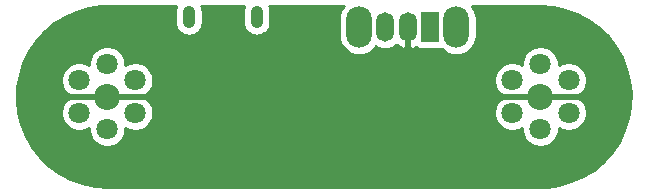
<source format=gbr>
G04 #@! TF.GenerationSoftware,KiCad,Pcbnew,(5.1.5)-3*
G04 #@! TF.CreationDate,2021-05-02T18:30:09+02:00*
G04 #@! TF.ProjectId,Stacked desk light,53746163-6b65-4642-9064-65736b206c69,rev?*
G04 #@! TF.SameCoordinates,Original*
G04 #@! TF.FileFunction,Copper,L2,Bot*
G04 #@! TF.FilePolarity,Positive*
%FSLAX46Y46*%
G04 Gerber Fmt 4.6, Leading zero omitted, Abs format (unit mm)*
G04 Created by KiCad (PCBNEW (5.1.5)-3) date 2021-05-02 18:30:09*
%MOMM*%
%LPD*%
G04 APERTURE LIST*
%ADD10C,2.200000*%
%ADD11C,1.800000*%
%ADD12O,2.200000X3.500000*%
%ADD13O,1.500000X2.500000*%
%ADD14R,1.500000X2.500000*%
%ADD15O,1.050000X1.900000*%
%ADD16C,0.500000*%
%ADD17C,0.254000*%
G04 APERTURE END LIST*
D10*
X81662804Y-99939092D03*
D11*
X79281234Y-98564092D03*
X81662804Y-97189092D03*
X84044374Y-98564092D03*
X84044374Y-101314092D03*
X81662804Y-102689092D03*
X79281234Y-101314092D03*
D10*
X118337168Y-99939092D03*
D11*
X115955598Y-98564092D03*
X118337168Y-97189092D03*
X120718738Y-98564092D03*
X120718738Y-101314092D03*
X118337168Y-102689092D03*
X115955598Y-101314092D03*
D12*
X103000000Y-94050000D03*
X111200000Y-94050000D03*
D13*
X105200000Y-94050000D03*
X107100000Y-94050000D03*
D14*
X109000000Y-94050000D03*
D15*
X88575000Y-93200000D03*
X94325000Y-93200000D03*
D16*
X81662804Y-99939092D02*
X85139092Y-99939092D01*
X81662804Y-99939092D02*
X78260908Y-99939092D01*
X118337168Y-99939092D02*
X114660908Y-99939092D01*
X118337168Y-99939092D02*
X121939092Y-99939092D01*
D17*
G36*
X87498115Y-92328940D02*
G01*
X87431785Y-92547600D01*
X87415000Y-92718021D01*
X87415000Y-93681978D01*
X87431785Y-93852399D01*
X87498115Y-94071059D01*
X87605829Y-94272578D01*
X87750788Y-94449212D01*
X87927421Y-94594171D01*
X88128940Y-94701885D01*
X88347600Y-94768215D01*
X88575000Y-94790612D01*
X88802399Y-94768215D01*
X89021059Y-94701885D01*
X89222578Y-94594171D01*
X89399212Y-94449212D01*
X89544171Y-94272579D01*
X89651885Y-94071060D01*
X89718215Y-93852400D01*
X89735000Y-93681979D01*
X89735000Y-92718022D01*
X89718215Y-92547600D01*
X89651885Y-92328940D01*
X89629083Y-92286281D01*
X93270917Y-92286281D01*
X93248115Y-92328941D01*
X93181785Y-92547601D01*
X93165000Y-92718022D01*
X93165000Y-93681979D01*
X93181785Y-93852400D01*
X93248115Y-94071060D01*
X93355830Y-94272579D01*
X93500789Y-94449212D01*
X93677422Y-94594171D01*
X93878941Y-94701885D01*
X94097601Y-94768215D01*
X94325000Y-94790612D01*
X94552400Y-94768215D01*
X94771060Y-94701885D01*
X94972579Y-94594171D01*
X95149212Y-94449212D01*
X95294171Y-94272579D01*
X95401885Y-94071060D01*
X95468215Y-93852400D01*
X95485000Y-93681978D01*
X95485000Y-92718021D01*
X95468215Y-92547600D01*
X95401885Y-92328940D01*
X95379083Y-92286281D01*
X101669536Y-92286281D01*
X101550422Y-92431422D01*
X101389315Y-92732832D01*
X101290105Y-93059881D01*
X101265000Y-93314775D01*
X101265000Y-94785224D01*
X101290105Y-95040118D01*
X101389314Y-95367167D01*
X101550421Y-95668577D01*
X101767234Y-95932766D01*
X102031422Y-96149579D01*
X102332832Y-96310686D01*
X102659881Y-96409895D01*
X103000000Y-96443394D01*
X103340118Y-96409895D01*
X103667167Y-96310686D01*
X103968577Y-96149579D01*
X104232766Y-95932766D01*
X104421498Y-95702795D01*
X104426812Y-95707157D01*
X104667419Y-95835764D01*
X104928493Y-95914960D01*
X105200000Y-95941701D01*
X105471506Y-95914960D01*
X105732580Y-95835764D01*
X105973187Y-95707157D01*
X106152281Y-95560178D01*
X106210460Y-95619145D01*
X106436132Y-95772142D01*
X106687316Y-95878173D01*
X106758815Y-95892318D01*
X106973000Y-95769656D01*
X106973000Y-94177000D01*
X106953000Y-94177000D01*
X106953000Y-93923000D01*
X106973000Y-93923000D01*
X106973000Y-93903000D01*
X107227000Y-93903000D01*
X107227000Y-93923000D01*
X107247000Y-93923000D01*
X107247000Y-94177000D01*
X107227000Y-94177000D01*
X107227000Y-95769656D01*
X107441185Y-95892318D01*
X107512684Y-95878173D01*
X107763868Y-95772142D01*
X107797372Y-95749427D01*
X107798815Y-95751185D01*
X107895506Y-95830537D01*
X108005820Y-95889502D01*
X108125518Y-95925812D01*
X108250000Y-95938072D01*
X109750000Y-95938072D01*
X109874482Y-95925812D01*
X109944177Y-95904670D01*
X109967234Y-95932766D01*
X110231422Y-96149579D01*
X110532832Y-96310686D01*
X110859881Y-96409895D01*
X111200000Y-96443394D01*
X111540118Y-96409895D01*
X111867167Y-96310686D01*
X112168577Y-96149579D01*
X112432766Y-95932766D01*
X112649579Y-95668578D01*
X112810686Y-95367168D01*
X112909895Y-95040119D01*
X112935000Y-94785225D01*
X112935000Y-93314775D01*
X112909895Y-93059881D01*
X112810686Y-92732832D01*
X112649579Y-92431422D01*
X112530465Y-92286281D01*
X118314124Y-92286281D01*
X119402010Y-92362354D01*
X120446123Y-92584286D01*
X121449193Y-92949374D01*
X122391691Y-93450509D01*
X123255261Y-94077931D01*
X124023116Y-94819440D01*
X124680300Y-95660596D01*
X125214023Y-96585031D01*
X125613890Y-97574739D01*
X125872129Y-98610477D01*
X125983707Y-99672065D01*
X125946454Y-100738861D01*
X125761094Y-101790086D01*
X125431237Y-102805280D01*
X124963303Y-103764688D01*
X124366397Y-104649638D01*
X123652136Y-105442906D01*
X122834434Y-106129040D01*
X121929188Y-106694699D01*
X120954033Y-107128867D01*
X119927940Y-107423094D01*
X118859439Y-107573262D01*
X118325646Y-107591903D01*
X81685848Y-107591903D01*
X80597961Y-107515830D01*
X79553849Y-107293898D01*
X78550779Y-106928810D01*
X77608290Y-106427680D01*
X76744710Y-105800253D01*
X75976856Y-105058744D01*
X75319672Y-104217588D01*
X74785951Y-103293155D01*
X74386082Y-102303445D01*
X74127843Y-101267706D01*
X74016266Y-100206118D01*
X74053518Y-99139323D01*
X74181605Y-98412908D01*
X77746234Y-98412908D01*
X77746234Y-98715276D01*
X77805223Y-99011835D01*
X77920935Y-99291187D01*
X78088922Y-99542597D01*
X78302729Y-99756404D01*
X78554139Y-99924391D01*
X78589630Y-99939092D01*
X78554139Y-99953793D01*
X78302729Y-100121780D01*
X78088922Y-100335587D01*
X77920935Y-100586997D01*
X77805223Y-100866349D01*
X77746234Y-101162908D01*
X77746234Y-101465276D01*
X77805223Y-101761835D01*
X77920935Y-102041187D01*
X78088922Y-102292597D01*
X78302729Y-102506404D01*
X78554139Y-102674391D01*
X78833491Y-102790103D01*
X79130050Y-102849092D01*
X79432418Y-102849092D01*
X79728977Y-102790103D01*
X80008329Y-102674391D01*
X80127804Y-102594560D01*
X80127804Y-102840276D01*
X80186793Y-103136835D01*
X80302505Y-103416187D01*
X80470492Y-103667597D01*
X80684299Y-103881404D01*
X80935709Y-104049391D01*
X81215061Y-104165103D01*
X81511620Y-104224092D01*
X81813988Y-104224092D01*
X82110547Y-104165103D01*
X82389899Y-104049391D01*
X82641309Y-103881404D01*
X82855116Y-103667597D01*
X83023103Y-103416187D01*
X83138815Y-103136835D01*
X83197804Y-102840276D01*
X83197804Y-102594560D01*
X83317279Y-102674391D01*
X83596631Y-102790103D01*
X83893190Y-102849092D01*
X84195558Y-102849092D01*
X84492117Y-102790103D01*
X84771469Y-102674391D01*
X85022879Y-102506404D01*
X85236686Y-102292597D01*
X85404673Y-102041187D01*
X85520385Y-101761835D01*
X85579374Y-101465276D01*
X85579374Y-101162908D01*
X85520385Y-100866349D01*
X85404673Y-100586997D01*
X85236686Y-100335587D01*
X85022879Y-100121780D01*
X84771469Y-99953793D01*
X84735978Y-99939092D01*
X84771469Y-99924391D01*
X85022879Y-99756404D01*
X85236686Y-99542597D01*
X85404673Y-99291187D01*
X85520385Y-99011835D01*
X85579374Y-98715276D01*
X85579374Y-98412908D01*
X114420598Y-98412908D01*
X114420598Y-98715276D01*
X114479587Y-99011835D01*
X114595299Y-99291187D01*
X114763286Y-99542597D01*
X114977093Y-99756404D01*
X115228503Y-99924391D01*
X115263994Y-99939092D01*
X115228503Y-99953793D01*
X114977093Y-100121780D01*
X114763286Y-100335587D01*
X114595299Y-100586997D01*
X114479587Y-100866349D01*
X114420598Y-101162908D01*
X114420598Y-101465276D01*
X114479587Y-101761835D01*
X114595299Y-102041187D01*
X114763286Y-102292597D01*
X114977093Y-102506404D01*
X115228503Y-102674391D01*
X115507855Y-102790103D01*
X115804414Y-102849092D01*
X116106782Y-102849092D01*
X116403341Y-102790103D01*
X116682693Y-102674391D01*
X116802168Y-102594560D01*
X116802168Y-102840276D01*
X116861157Y-103136835D01*
X116976869Y-103416187D01*
X117144856Y-103667597D01*
X117358663Y-103881404D01*
X117610073Y-104049391D01*
X117889425Y-104165103D01*
X118185984Y-104224092D01*
X118488352Y-104224092D01*
X118784911Y-104165103D01*
X119064263Y-104049391D01*
X119315673Y-103881404D01*
X119529480Y-103667597D01*
X119697467Y-103416187D01*
X119813179Y-103136835D01*
X119872168Y-102840276D01*
X119872168Y-102594560D01*
X119991643Y-102674391D01*
X120270995Y-102790103D01*
X120567554Y-102849092D01*
X120869922Y-102849092D01*
X121166481Y-102790103D01*
X121445833Y-102674391D01*
X121697243Y-102506404D01*
X121911050Y-102292597D01*
X122079037Y-102041187D01*
X122194749Y-101761835D01*
X122253738Y-101465276D01*
X122253738Y-101162908D01*
X122194749Y-100866349D01*
X122079037Y-100586997D01*
X121911050Y-100335587D01*
X121697243Y-100121780D01*
X121445833Y-99953793D01*
X121410342Y-99939092D01*
X121445833Y-99924391D01*
X121697243Y-99756404D01*
X121911050Y-99542597D01*
X122079037Y-99291187D01*
X122194749Y-99011835D01*
X122253738Y-98715276D01*
X122253738Y-98412908D01*
X122194749Y-98116349D01*
X122079037Y-97836997D01*
X121911050Y-97585587D01*
X121697243Y-97371780D01*
X121445833Y-97203793D01*
X121166481Y-97088081D01*
X120869922Y-97029092D01*
X120567554Y-97029092D01*
X120270995Y-97088081D01*
X119991643Y-97203793D01*
X119872168Y-97283624D01*
X119872168Y-97037908D01*
X119813179Y-96741349D01*
X119697467Y-96461997D01*
X119529480Y-96210587D01*
X119315673Y-95996780D01*
X119064263Y-95828793D01*
X118784911Y-95713081D01*
X118488352Y-95654092D01*
X118185984Y-95654092D01*
X117889425Y-95713081D01*
X117610073Y-95828793D01*
X117358663Y-95996780D01*
X117144856Y-96210587D01*
X116976869Y-96461997D01*
X116861157Y-96741349D01*
X116802168Y-97037908D01*
X116802168Y-97283624D01*
X116682693Y-97203793D01*
X116403341Y-97088081D01*
X116106782Y-97029092D01*
X115804414Y-97029092D01*
X115507855Y-97088081D01*
X115228503Y-97203793D01*
X114977093Y-97371780D01*
X114763286Y-97585587D01*
X114595299Y-97836997D01*
X114479587Y-98116349D01*
X114420598Y-98412908D01*
X85579374Y-98412908D01*
X85520385Y-98116349D01*
X85404673Y-97836997D01*
X85236686Y-97585587D01*
X85022879Y-97371780D01*
X84771469Y-97203793D01*
X84492117Y-97088081D01*
X84195558Y-97029092D01*
X83893190Y-97029092D01*
X83596631Y-97088081D01*
X83317279Y-97203793D01*
X83197804Y-97283624D01*
X83197804Y-97037908D01*
X83138815Y-96741349D01*
X83023103Y-96461997D01*
X82855116Y-96210587D01*
X82641309Y-95996780D01*
X82389899Y-95828793D01*
X82110547Y-95713081D01*
X81813988Y-95654092D01*
X81511620Y-95654092D01*
X81215061Y-95713081D01*
X80935709Y-95828793D01*
X80684299Y-95996780D01*
X80470492Y-96210587D01*
X80302505Y-96461997D01*
X80186793Y-96741349D01*
X80127804Y-97037908D01*
X80127804Y-97283624D01*
X80008329Y-97203793D01*
X79728977Y-97088081D01*
X79432418Y-97029092D01*
X79130050Y-97029092D01*
X78833491Y-97088081D01*
X78554139Y-97203793D01*
X78302729Y-97371780D01*
X78088922Y-97585587D01*
X77920935Y-97836997D01*
X77805223Y-98116349D01*
X77746234Y-98412908D01*
X74181605Y-98412908D01*
X74238878Y-98088098D01*
X74568735Y-97072904D01*
X75036669Y-96113493D01*
X75633575Y-95228546D01*
X76347836Y-94435278D01*
X77165539Y-93749144D01*
X78070783Y-93183485D01*
X79045937Y-92749318D01*
X80072032Y-92455090D01*
X81140535Y-92304922D01*
X81674326Y-92286281D01*
X87520917Y-92286281D01*
X87498115Y-92328940D01*
G37*
X87498115Y-92328940D02*
X87431785Y-92547600D01*
X87415000Y-92718021D01*
X87415000Y-93681978D01*
X87431785Y-93852399D01*
X87498115Y-94071059D01*
X87605829Y-94272578D01*
X87750788Y-94449212D01*
X87927421Y-94594171D01*
X88128940Y-94701885D01*
X88347600Y-94768215D01*
X88575000Y-94790612D01*
X88802399Y-94768215D01*
X89021059Y-94701885D01*
X89222578Y-94594171D01*
X89399212Y-94449212D01*
X89544171Y-94272579D01*
X89651885Y-94071060D01*
X89718215Y-93852400D01*
X89735000Y-93681979D01*
X89735000Y-92718022D01*
X89718215Y-92547600D01*
X89651885Y-92328940D01*
X89629083Y-92286281D01*
X93270917Y-92286281D01*
X93248115Y-92328941D01*
X93181785Y-92547601D01*
X93165000Y-92718022D01*
X93165000Y-93681979D01*
X93181785Y-93852400D01*
X93248115Y-94071060D01*
X93355830Y-94272579D01*
X93500789Y-94449212D01*
X93677422Y-94594171D01*
X93878941Y-94701885D01*
X94097601Y-94768215D01*
X94325000Y-94790612D01*
X94552400Y-94768215D01*
X94771060Y-94701885D01*
X94972579Y-94594171D01*
X95149212Y-94449212D01*
X95294171Y-94272579D01*
X95401885Y-94071060D01*
X95468215Y-93852400D01*
X95485000Y-93681978D01*
X95485000Y-92718021D01*
X95468215Y-92547600D01*
X95401885Y-92328940D01*
X95379083Y-92286281D01*
X101669536Y-92286281D01*
X101550422Y-92431422D01*
X101389315Y-92732832D01*
X101290105Y-93059881D01*
X101265000Y-93314775D01*
X101265000Y-94785224D01*
X101290105Y-95040118D01*
X101389314Y-95367167D01*
X101550421Y-95668577D01*
X101767234Y-95932766D01*
X102031422Y-96149579D01*
X102332832Y-96310686D01*
X102659881Y-96409895D01*
X103000000Y-96443394D01*
X103340118Y-96409895D01*
X103667167Y-96310686D01*
X103968577Y-96149579D01*
X104232766Y-95932766D01*
X104421498Y-95702795D01*
X104426812Y-95707157D01*
X104667419Y-95835764D01*
X104928493Y-95914960D01*
X105200000Y-95941701D01*
X105471506Y-95914960D01*
X105732580Y-95835764D01*
X105973187Y-95707157D01*
X106152281Y-95560178D01*
X106210460Y-95619145D01*
X106436132Y-95772142D01*
X106687316Y-95878173D01*
X106758815Y-95892318D01*
X106973000Y-95769656D01*
X106973000Y-94177000D01*
X106953000Y-94177000D01*
X106953000Y-93923000D01*
X106973000Y-93923000D01*
X106973000Y-93903000D01*
X107227000Y-93903000D01*
X107227000Y-93923000D01*
X107247000Y-93923000D01*
X107247000Y-94177000D01*
X107227000Y-94177000D01*
X107227000Y-95769656D01*
X107441185Y-95892318D01*
X107512684Y-95878173D01*
X107763868Y-95772142D01*
X107797372Y-95749427D01*
X107798815Y-95751185D01*
X107895506Y-95830537D01*
X108005820Y-95889502D01*
X108125518Y-95925812D01*
X108250000Y-95938072D01*
X109750000Y-95938072D01*
X109874482Y-95925812D01*
X109944177Y-95904670D01*
X109967234Y-95932766D01*
X110231422Y-96149579D01*
X110532832Y-96310686D01*
X110859881Y-96409895D01*
X111200000Y-96443394D01*
X111540118Y-96409895D01*
X111867167Y-96310686D01*
X112168577Y-96149579D01*
X112432766Y-95932766D01*
X112649579Y-95668578D01*
X112810686Y-95367168D01*
X112909895Y-95040119D01*
X112935000Y-94785225D01*
X112935000Y-93314775D01*
X112909895Y-93059881D01*
X112810686Y-92732832D01*
X112649579Y-92431422D01*
X112530465Y-92286281D01*
X118314124Y-92286281D01*
X119402010Y-92362354D01*
X120446123Y-92584286D01*
X121449193Y-92949374D01*
X122391691Y-93450509D01*
X123255261Y-94077931D01*
X124023116Y-94819440D01*
X124680300Y-95660596D01*
X125214023Y-96585031D01*
X125613890Y-97574739D01*
X125872129Y-98610477D01*
X125983707Y-99672065D01*
X125946454Y-100738861D01*
X125761094Y-101790086D01*
X125431237Y-102805280D01*
X124963303Y-103764688D01*
X124366397Y-104649638D01*
X123652136Y-105442906D01*
X122834434Y-106129040D01*
X121929188Y-106694699D01*
X120954033Y-107128867D01*
X119927940Y-107423094D01*
X118859439Y-107573262D01*
X118325646Y-107591903D01*
X81685848Y-107591903D01*
X80597961Y-107515830D01*
X79553849Y-107293898D01*
X78550779Y-106928810D01*
X77608290Y-106427680D01*
X76744710Y-105800253D01*
X75976856Y-105058744D01*
X75319672Y-104217588D01*
X74785951Y-103293155D01*
X74386082Y-102303445D01*
X74127843Y-101267706D01*
X74016266Y-100206118D01*
X74053518Y-99139323D01*
X74181605Y-98412908D01*
X77746234Y-98412908D01*
X77746234Y-98715276D01*
X77805223Y-99011835D01*
X77920935Y-99291187D01*
X78088922Y-99542597D01*
X78302729Y-99756404D01*
X78554139Y-99924391D01*
X78589630Y-99939092D01*
X78554139Y-99953793D01*
X78302729Y-100121780D01*
X78088922Y-100335587D01*
X77920935Y-100586997D01*
X77805223Y-100866349D01*
X77746234Y-101162908D01*
X77746234Y-101465276D01*
X77805223Y-101761835D01*
X77920935Y-102041187D01*
X78088922Y-102292597D01*
X78302729Y-102506404D01*
X78554139Y-102674391D01*
X78833491Y-102790103D01*
X79130050Y-102849092D01*
X79432418Y-102849092D01*
X79728977Y-102790103D01*
X80008329Y-102674391D01*
X80127804Y-102594560D01*
X80127804Y-102840276D01*
X80186793Y-103136835D01*
X80302505Y-103416187D01*
X80470492Y-103667597D01*
X80684299Y-103881404D01*
X80935709Y-104049391D01*
X81215061Y-104165103D01*
X81511620Y-104224092D01*
X81813988Y-104224092D01*
X82110547Y-104165103D01*
X82389899Y-104049391D01*
X82641309Y-103881404D01*
X82855116Y-103667597D01*
X83023103Y-103416187D01*
X83138815Y-103136835D01*
X83197804Y-102840276D01*
X83197804Y-102594560D01*
X83317279Y-102674391D01*
X83596631Y-102790103D01*
X83893190Y-102849092D01*
X84195558Y-102849092D01*
X84492117Y-102790103D01*
X84771469Y-102674391D01*
X85022879Y-102506404D01*
X85236686Y-102292597D01*
X85404673Y-102041187D01*
X85520385Y-101761835D01*
X85579374Y-101465276D01*
X85579374Y-101162908D01*
X85520385Y-100866349D01*
X85404673Y-100586997D01*
X85236686Y-100335587D01*
X85022879Y-100121780D01*
X84771469Y-99953793D01*
X84735978Y-99939092D01*
X84771469Y-99924391D01*
X85022879Y-99756404D01*
X85236686Y-99542597D01*
X85404673Y-99291187D01*
X85520385Y-99011835D01*
X85579374Y-98715276D01*
X85579374Y-98412908D01*
X114420598Y-98412908D01*
X114420598Y-98715276D01*
X114479587Y-99011835D01*
X114595299Y-99291187D01*
X114763286Y-99542597D01*
X114977093Y-99756404D01*
X115228503Y-99924391D01*
X115263994Y-99939092D01*
X115228503Y-99953793D01*
X114977093Y-100121780D01*
X114763286Y-100335587D01*
X114595299Y-100586997D01*
X114479587Y-100866349D01*
X114420598Y-101162908D01*
X114420598Y-101465276D01*
X114479587Y-101761835D01*
X114595299Y-102041187D01*
X114763286Y-102292597D01*
X114977093Y-102506404D01*
X115228503Y-102674391D01*
X115507855Y-102790103D01*
X115804414Y-102849092D01*
X116106782Y-102849092D01*
X116403341Y-102790103D01*
X116682693Y-102674391D01*
X116802168Y-102594560D01*
X116802168Y-102840276D01*
X116861157Y-103136835D01*
X116976869Y-103416187D01*
X117144856Y-103667597D01*
X117358663Y-103881404D01*
X117610073Y-104049391D01*
X117889425Y-104165103D01*
X118185984Y-104224092D01*
X118488352Y-104224092D01*
X118784911Y-104165103D01*
X119064263Y-104049391D01*
X119315673Y-103881404D01*
X119529480Y-103667597D01*
X119697467Y-103416187D01*
X119813179Y-103136835D01*
X119872168Y-102840276D01*
X119872168Y-102594560D01*
X119991643Y-102674391D01*
X120270995Y-102790103D01*
X120567554Y-102849092D01*
X120869922Y-102849092D01*
X121166481Y-102790103D01*
X121445833Y-102674391D01*
X121697243Y-102506404D01*
X121911050Y-102292597D01*
X122079037Y-102041187D01*
X122194749Y-101761835D01*
X122253738Y-101465276D01*
X122253738Y-101162908D01*
X122194749Y-100866349D01*
X122079037Y-100586997D01*
X121911050Y-100335587D01*
X121697243Y-100121780D01*
X121445833Y-99953793D01*
X121410342Y-99939092D01*
X121445833Y-99924391D01*
X121697243Y-99756404D01*
X121911050Y-99542597D01*
X122079037Y-99291187D01*
X122194749Y-99011835D01*
X122253738Y-98715276D01*
X122253738Y-98412908D01*
X122194749Y-98116349D01*
X122079037Y-97836997D01*
X121911050Y-97585587D01*
X121697243Y-97371780D01*
X121445833Y-97203793D01*
X121166481Y-97088081D01*
X120869922Y-97029092D01*
X120567554Y-97029092D01*
X120270995Y-97088081D01*
X119991643Y-97203793D01*
X119872168Y-97283624D01*
X119872168Y-97037908D01*
X119813179Y-96741349D01*
X119697467Y-96461997D01*
X119529480Y-96210587D01*
X119315673Y-95996780D01*
X119064263Y-95828793D01*
X118784911Y-95713081D01*
X118488352Y-95654092D01*
X118185984Y-95654092D01*
X117889425Y-95713081D01*
X117610073Y-95828793D01*
X117358663Y-95996780D01*
X117144856Y-96210587D01*
X116976869Y-96461997D01*
X116861157Y-96741349D01*
X116802168Y-97037908D01*
X116802168Y-97283624D01*
X116682693Y-97203793D01*
X116403341Y-97088081D01*
X116106782Y-97029092D01*
X115804414Y-97029092D01*
X115507855Y-97088081D01*
X115228503Y-97203793D01*
X114977093Y-97371780D01*
X114763286Y-97585587D01*
X114595299Y-97836997D01*
X114479587Y-98116349D01*
X114420598Y-98412908D01*
X85579374Y-98412908D01*
X85520385Y-98116349D01*
X85404673Y-97836997D01*
X85236686Y-97585587D01*
X85022879Y-97371780D01*
X84771469Y-97203793D01*
X84492117Y-97088081D01*
X84195558Y-97029092D01*
X83893190Y-97029092D01*
X83596631Y-97088081D01*
X83317279Y-97203793D01*
X83197804Y-97283624D01*
X83197804Y-97037908D01*
X83138815Y-96741349D01*
X83023103Y-96461997D01*
X82855116Y-96210587D01*
X82641309Y-95996780D01*
X82389899Y-95828793D01*
X82110547Y-95713081D01*
X81813988Y-95654092D01*
X81511620Y-95654092D01*
X81215061Y-95713081D01*
X80935709Y-95828793D01*
X80684299Y-95996780D01*
X80470492Y-96210587D01*
X80302505Y-96461997D01*
X80186793Y-96741349D01*
X80127804Y-97037908D01*
X80127804Y-97283624D01*
X80008329Y-97203793D01*
X79728977Y-97088081D01*
X79432418Y-97029092D01*
X79130050Y-97029092D01*
X78833491Y-97088081D01*
X78554139Y-97203793D01*
X78302729Y-97371780D01*
X78088922Y-97585587D01*
X77920935Y-97836997D01*
X77805223Y-98116349D01*
X77746234Y-98412908D01*
X74181605Y-98412908D01*
X74238878Y-98088098D01*
X74568735Y-97072904D01*
X75036669Y-96113493D01*
X75633575Y-95228546D01*
X76347836Y-94435278D01*
X77165539Y-93749144D01*
X78070783Y-93183485D01*
X79045937Y-92749318D01*
X80072032Y-92455090D01*
X81140535Y-92304922D01*
X81674326Y-92286281D01*
X87520917Y-92286281D01*
X87498115Y-92328940D01*
G36*
X118530916Y-99924950D02*
G01*
X118516773Y-99939092D01*
X118530916Y-99953235D01*
X118351311Y-100132840D01*
X118337168Y-100118697D01*
X118323026Y-100132840D01*
X118143421Y-99953235D01*
X118157563Y-99939092D01*
X118143421Y-99924950D01*
X118323026Y-99745345D01*
X118337168Y-99759487D01*
X118351311Y-99745345D01*
X118530916Y-99924950D01*
G37*
X118530916Y-99924950D02*
X118516773Y-99939092D01*
X118530916Y-99953235D01*
X118351311Y-100132840D01*
X118337168Y-100118697D01*
X118323026Y-100132840D01*
X118143421Y-99953235D01*
X118157563Y-99939092D01*
X118143421Y-99924950D01*
X118323026Y-99745345D01*
X118337168Y-99759487D01*
X118351311Y-99745345D01*
X118530916Y-99924950D01*
G36*
X81856552Y-99924950D02*
G01*
X81842409Y-99939092D01*
X81856552Y-99953235D01*
X81676947Y-100132840D01*
X81662804Y-100118697D01*
X81648662Y-100132840D01*
X81469057Y-99953235D01*
X81483199Y-99939092D01*
X81469057Y-99924950D01*
X81648662Y-99745345D01*
X81662804Y-99759487D01*
X81676947Y-99745345D01*
X81856552Y-99924950D01*
G37*
X81856552Y-99924950D02*
X81842409Y-99939092D01*
X81856552Y-99953235D01*
X81676947Y-100132840D01*
X81662804Y-100118697D01*
X81648662Y-100132840D01*
X81469057Y-99953235D01*
X81483199Y-99939092D01*
X81469057Y-99924950D01*
X81648662Y-99745345D01*
X81662804Y-99759487D01*
X81676947Y-99745345D01*
X81856552Y-99924950D01*
M02*

</source>
